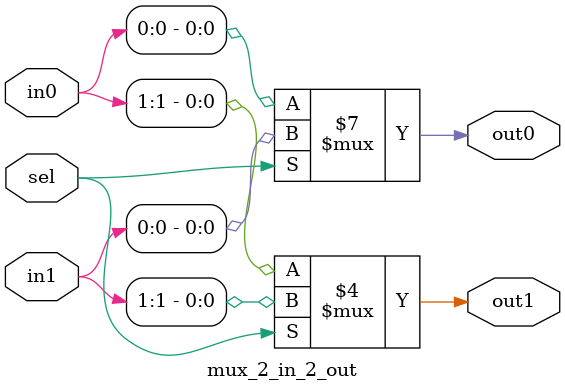
<source format=v>
module mux_2_in_2_out (in0 , in1 , sel , out0 , out1);
input [1:0]in0 , in1;//{x , y}
input sel;
output reg out0 , out1;
always@(*)
begin
    if(sel == 0)
        begin
            out0 = in0[0];
            out1 = in0[1];
        end
    else
        begin
            out0 = in1[0];
            out1 = in1[1];
        end
end
endmodule
</source>
